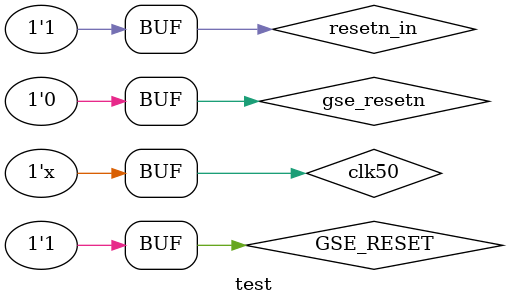
<source format=v>
/******************************************************************************
*
******************************************************************************/

`timescale 1 ns / 1 ns 

module test;

reg          clk50 = 0;           // External 50MHz Clock       ( A2)
reg             resetn_in,                // POR_n input               ( H2)
             GSE_RESET;               // External Reset             ( B1)  
reg   [ 7:0] clock_div;
reg    [28:0] count_rst;

reg R1, rstn;

CLKINT    bufr1 (.A(rstn_all),   .Y(rst_n));   // 50 MHz Hard Reset not  updated to CLKINT after base15

always
#10 clk50 = ~clk50;

assign gse_resetn = !GSE_RESET;

always @(posedge clk50 or negedge gse_resetn)
  if(!gse_resetn) begin
    R1        <= 0;
    rstn     <= 0;
  end
  else begin
    R1        <= 1;
    rstn     <= R1;                  // rst_n is the chip system reset
  end 

/////////////POR Reset ///////////////////////////
always @(posedge clk50 or negedge resetn_in)
begin
  if(!resetn_in)
    count_rst <= 29'b10100000000000000000000000000;
  else begin
    if (count_rst[28:26] == 3'b101) count_rst <= count_rst + 1;
  end
end 

assign resetn_out = !count_rst[26];
assign rstn_all =   rstn & resetn_out;

initial 
begin
GSE_RESET = 1'b1;
resetn_in = 1'b1;
#1000;
resetn_in = 1'b0;
#2000;
resetn_in = 1'b1;
end


endmodule

</source>
